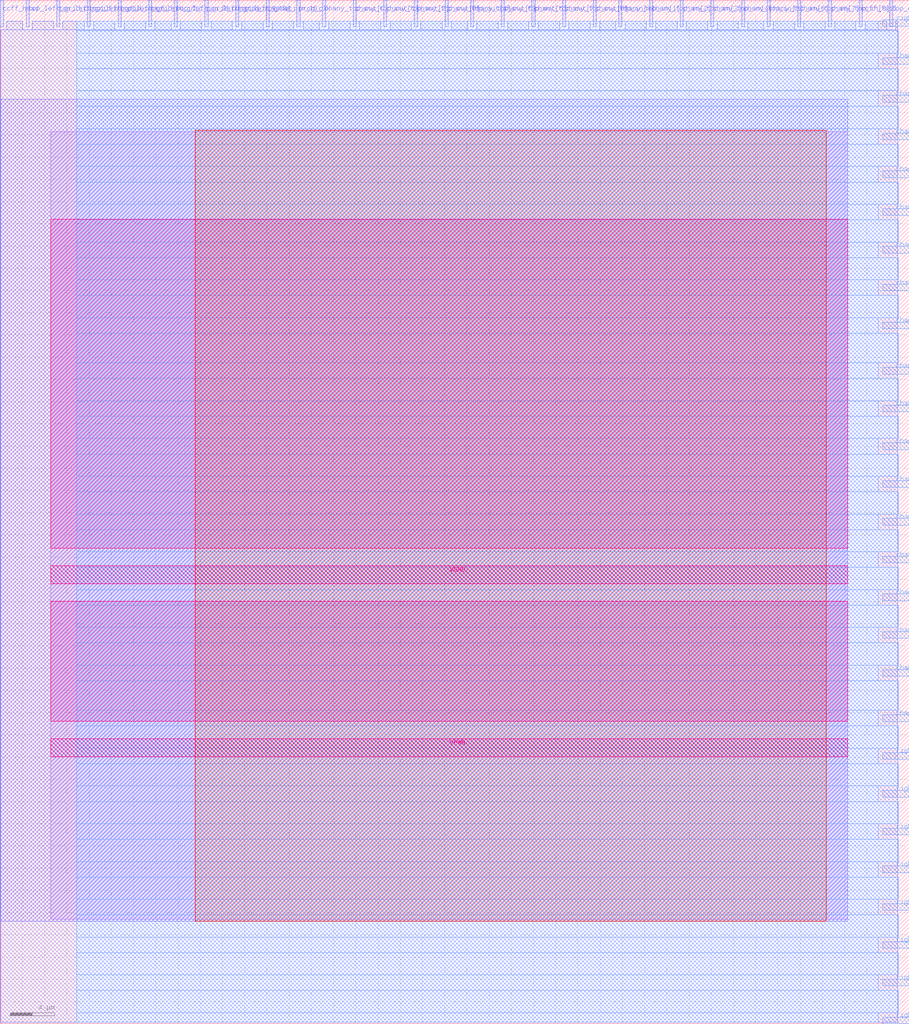
<source format=lef>
VERSION 5.7 ;
  NOWIREEXTENSIONATPIN ON ;
  DIVIDERCHAR "/" ;
  BUSBITCHARS "[]" ;
MACRO sb_0__0_
  CLASS BLOCK ;
  FOREIGN sb_0__0_ ;
  ORIGIN 0.000 0.000 ;
  SIZE 81.815 BY 92.125 ;
  PIN ccff_head
    DIRECTION INPUT ;
    PORT
      LAYER met2 ;
        RECT 0.020 89.725 0.300 92.125 ;
    END
  END ccff_head
  PIN ccff_tail
    DIRECTION OUTPUT TRISTATE ;
    PORT
      LAYER met2 ;
        RECT 77.300 89.725 77.580 92.125 ;
    END
  END ccff_tail
  PIN chanx_right_in[0]
    DIRECTION INPUT ;
    PORT
      LAYER met3 ;
        RECT 79.415 58.480 81.815 59.080 ;
    END
  END chanx_right_in[0]
  PIN chanx_right_in[1]
    DIRECTION INPUT ;
    PORT
      LAYER met3 ;
        RECT 79.415 62.560 81.815 63.160 ;
    END
  END chanx_right_in[1]
  PIN chanx_right_in[2]
    DIRECTION INPUT ;
    PORT
      LAYER met3 ;
        RECT 79.415 65.960 81.815 66.560 ;
    END
  END chanx_right_in[2]
  PIN chanx_right_in[3]
    DIRECTION INPUT ;
    PORT
      LAYER met3 ;
        RECT 79.415 69.360 81.815 69.960 ;
    END
  END chanx_right_in[3]
  PIN chanx_right_in[4]
    DIRECTION INPUT ;
    PORT
      LAYER met3 ;
        RECT 79.415 72.760 81.815 73.360 ;
    END
  END chanx_right_in[4]
  PIN chanx_right_in[5]
    DIRECTION INPUT ;
    PORT
      LAYER met3 ;
        RECT 79.415 76.160 81.815 76.760 ;
    END
  END chanx_right_in[5]
  PIN chanx_right_in[6]
    DIRECTION INPUT ;
    PORT
      LAYER met3 ;
        RECT 79.415 79.560 81.815 80.160 ;
    END
  END chanx_right_in[6]
  PIN chanx_right_in[7]
    DIRECTION INPUT ;
    PORT
      LAYER met3 ;
        RECT 79.415 82.960 81.815 83.560 ;
    END
  END chanx_right_in[7]
  PIN chanx_right_in[8]
    DIRECTION INPUT ;
    PORT
      LAYER met3 ;
        RECT 79.415 86.360 81.815 86.960 ;
    END
  END chanx_right_in[8]
  PIN chanx_right_out[0]
    DIRECTION OUTPUT TRISTATE ;
    PORT
      LAYER met3 ;
        RECT 79.415 27.200 81.815 27.800 ;
    END
  END chanx_right_out[0]
  PIN chanx_right_out[1]
    DIRECTION OUTPUT TRISTATE ;
    PORT
      LAYER met3 ;
        RECT 79.415 31.280 81.815 31.880 ;
    END
  END chanx_right_out[1]
  PIN chanx_right_out[2]
    DIRECTION OUTPUT TRISTATE ;
    PORT
      LAYER met3 ;
        RECT 79.415 34.680 81.815 35.280 ;
    END
  END chanx_right_out[2]
  PIN chanx_right_out[3]
    DIRECTION OUTPUT TRISTATE ;
    PORT
      LAYER met3 ;
        RECT 79.415 38.080 81.815 38.680 ;
    END
  END chanx_right_out[3]
  PIN chanx_right_out[4]
    DIRECTION OUTPUT TRISTATE ;
    PORT
      LAYER met3 ;
        RECT 79.415 41.480 81.815 42.080 ;
    END
  END chanx_right_out[4]
  PIN chanx_right_out[5]
    DIRECTION OUTPUT TRISTATE ;
    PORT
      LAYER met3 ;
        RECT 79.415 44.880 81.815 45.480 ;
    END
  END chanx_right_out[5]
  PIN chanx_right_out[6]
    DIRECTION OUTPUT TRISTATE ;
    PORT
      LAYER met3 ;
        RECT 79.415 48.280 81.815 48.880 ;
    END
  END chanx_right_out[6]
  PIN chanx_right_out[7]
    DIRECTION OUTPUT TRISTATE ;
    PORT
      LAYER met3 ;
        RECT 79.415 51.680 81.815 52.280 ;
    END
  END chanx_right_out[7]
  PIN chanx_right_out[8]
    DIRECTION OUTPUT TRISTATE ;
    PORT
      LAYER met3 ;
        RECT 79.415 55.080 81.815 55.680 ;
    END
  END chanx_right_out[8]
  PIN chany_top_in[0]
    DIRECTION INPUT ;
    PORT
      LAYER met2 ;
        RECT 53.380 89.725 53.660 92.125 ;
    END
  END chany_top_in[0]
  PIN chany_top_in[1]
    DIRECTION INPUT ;
    PORT
      LAYER met2 ;
        RECT 55.680 89.725 55.960 92.125 ;
    END
  END chany_top_in[1]
  PIN chany_top_in[2]
    DIRECTION INPUT ;
    PORT
      LAYER met2 ;
        RECT 58.440 89.725 58.720 92.125 ;
    END
  END chany_top_in[2]
  PIN chany_top_in[3]
    DIRECTION INPUT ;
    PORT
      LAYER met2 ;
        RECT 61.200 89.725 61.480 92.125 ;
    END
  END chany_top_in[3]
  PIN chany_top_in[4]
    DIRECTION INPUT ;
    PORT
      LAYER met2 ;
        RECT 63.960 89.725 64.240 92.125 ;
    END
  END chany_top_in[4]
  PIN chany_top_in[5]
    DIRECTION INPUT ;
    PORT
      LAYER met2 ;
        RECT 66.720 89.725 67.000 92.125 ;
    END
  END chany_top_in[5]
  PIN chany_top_in[6]
    DIRECTION INPUT ;
    PORT
      LAYER met2 ;
        RECT 69.020 89.725 69.300 92.125 ;
    END
  END chany_top_in[6]
  PIN chany_top_in[7]
    DIRECTION INPUT ;
    PORT
      LAYER met2 ;
        RECT 71.780 89.725 72.060 92.125 ;
    END
  END chany_top_in[7]
  PIN chany_top_in[8]
    DIRECTION INPUT ;
    PORT
      LAYER met2 ;
        RECT 74.540 89.725 74.820 92.125 ;
    END
  END chany_top_in[8]
  PIN chany_top_out[0]
    DIRECTION OUTPUT TRISTATE ;
    PORT
      LAYER met2 ;
        RECT 29.000 89.725 29.280 92.125 ;
    END
  END chany_top_out[0]
  PIN chany_top_out[1]
    DIRECTION OUTPUT TRISTATE ;
    PORT
      LAYER met2 ;
        RECT 31.760 89.725 32.040 92.125 ;
    END
  END chany_top_out[1]
  PIN chany_top_out[2]
    DIRECTION OUTPUT TRISTATE ;
    PORT
      LAYER met2 ;
        RECT 34.520 89.725 34.800 92.125 ;
    END
  END chany_top_out[2]
  PIN chany_top_out[3]
    DIRECTION OUTPUT TRISTATE ;
    PORT
      LAYER met2 ;
        RECT 37.280 89.725 37.560 92.125 ;
    END
  END chany_top_out[3]
  PIN chany_top_out[4]
    DIRECTION OUTPUT TRISTATE ;
    PORT
      LAYER met2 ;
        RECT 40.040 89.725 40.320 92.125 ;
    END
  END chany_top_out[4]
  PIN chany_top_out[5]
    DIRECTION OUTPUT TRISTATE ;
    PORT
      LAYER met2 ;
        RECT 42.340 89.725 42.620 92.125 ;
    END
  END chany_top_out[5]
  PIN chany_top_out[6]
    DIRECTION OUTPUT TRISTATE ;
    PORT
      LAYER met2 ;
        RECT 45.100 89.725 45.380 92.125 ;
    END
  END chany_top_out[6]
  PIN chany_top_out[7]
    DIRECTION OUTPUT TRISTATE ;
    PORT
      LAYER met2 ;
        RECT 47.860 89.725 48.140 92.125 ;
    END
  END chany_top_out[7]
  PIN chany_top_out[8]
    DIRECTION OUTPUT TRISTATE ;
    PORT
      LAYER met2 ;
        RECT 50.620 89.725 50.900 92.125 ;
    END
  END chany_top_out[8]
  PIN pReset
    DIRECTION INPUT ;
    PORT
      LAYER met2 ;
        RECT 23.940 89.725 24.220 92.125 ;
    END
  END pReset
  PIN prog_clk
    DIRECTION INPUT ;
    PORT
      LAYER met2 ;
        RECT 26.700 89.725 26.980 92.125 ;
    END
  END prog_clk
  PIN right_bottom_grid_pin_11_
    DIRECTION INPUT ;
    PORT
      LAYER met3 ;
        RECT 79.415 17.000 81.815 17.600 ;
    END
  END right_bottom_grid_pin_11_
  PIN right_bottom_grid_pin_13_
    DIRECTION INPUT ;
    PORT
      LAYER met3 ;
        RECT 79.415 20.400 81.815 21.000 ;
    END
  END right_bottom_grid_pin_13_
  PIN right_bottom_grid_pin_15_
    DIRECTION INPUT ;
    PORT
      LAYER met3 ;
        RECT 79.415 23.800 81.815 24.400 ;
    END
  END right_bottom_grid_pin_15_
  PIN right_bottom_grid_pin_1_
    DIRECTION INPUT ;
    PORT
      LAYER met3 ;
        RECT 79.415 0.000 81.815 0.600 ;
    END
  END right_bottom_grid_pin_1_
  PIN right_bottom_grid_pin_3_
    DIRECTION INPUT ;
    PORT
      LAYER met3 ;
        RECT 79.415 3.400 81.815 4.000 ;
    END
  END right_bottom_grid_pin_3_
  PIN right_bottom_grid_pin_5_
    DIRECTION INPUT ;
    PORT
      LAYER met3 ;
        RECT 79.415 6.800 81.815 7.400 ;
    END
  END right_bottom_grid_pin_5_
  PIN right_bottom_grid_pin_7_
    DIRECTION INPUT ;
    PORT
      LAYER met3 ;
        RECT 79.415 10.200 81.815 10.800 ;
    END
  END right_bottom_grid_pin_7_
  PIN right_bottom_grid_pin_9_
    DIRECTION INPUT ;
    PORT
      LAYER met3 ;
        RECT 79.415 13.600 81.815 14.200 ;
    END
  END right_bottom_grid_pin_9_
  PIN right_top_grid_pin_10_
    DIRECTION INPUT ;
    PORT
      LAYER met3 ;
        RECT 79.415 89.760 81.815 90.360 ;
    END
  END right_top_grid_pin_10_
  PIN top_left_grid_pin_11_
    DIRECTION INPUT ;
    PORT
      LAYER met2 ;
        RECT 15.660 89.725 15.940 92.125 ;
    END
  END top_left_grid_pin_11_
  PIN top_left_grid_pin_13_
    DIRECTION INPUT ;
    PORT
      LAYER met2 ;
        RECT 18.420 89.725 18.700 92.125 ;
    END
  END top_left_grid_pin_13_
  PIN top_left_grid_pin_15_
    DIRECTION INPUT ;
    PORT
      LAYER met2 ;
        RECT 21.180 89.725 21.460 92.125 ;
    END
  END top_left_grid_pin_15_
  PIN top_left_grid_pin_1_
    DIRECTION INPUT ;
    PORT
      LAYER met2 ;
        RECT 2.320 89.725 2.600 92.125 ;
    END
  END top_left_grid_pin_1_
  PIN top_left_grid_pin_3_
    DIRECTION INPUT ;
    PORT
      LAYER met2 ;
        RECT 5.080 89.725 5.360 92.125 ;
    END
  END top_left_grid_pin_3_
  PIN top_left_grid_pin_5_
    DIRECTION INPUT ;
    PORT
      LAYER met2 ;
        RECT 7.840 89.725 8.120 92.125 ;
    END
  END top_left_grid_pin_5_
  PIN top_left_grid_pin_7_
    DIRECTION INPUT ;
    PORT
      LAYER met2 ;
        RECT 10.600 89.725 10.880 92.125 ;
    END
  END top_left_grid_pin_7_
  PIN top_left_grid_pin_9_
    DIRECTION INPUT ;
    PORT
      LAYER met2 ;
        RECT 13.360 89.725 13.640 92.125 ;
    END
  END top_left_grid_pin_9_
  PIN top_right_grid_pin_11_
    DIRECTION INPUT ;
    PORT
      LAYER met2 ;
        RECT 80.060 89.725 80.340 92.125 ;
    END
  END top_right_grid_pin_11_
  PIN VPWR
    DIRECTION INPUT ;
    USE POWER ;
    PORT
      LAYER met5 ;
        RECT 4.530 24.030 76.290 25.630 ;
    END
  END VPWR
  PIN VGND
    DIRECTION INPUT ;
    USE GROUND ;
    PORT
      LAYER met5 ;
        RECT 4.530 39.615 76.290 41.215 ;
    END
  END VGND
  OBS
      LAYER li1 ;
        RECT 4.530 9.395 76.290 80.285 ;
      LAYER met1 ;
        RECT 0.000 9.240 76.290 83.220 ;
      LAYER met2 ;
        RECT 0.580 89.445 2.040 90.245 ;
        RECT 2.880 89.445 4.800 90.245 ;
        RECT 5.640 89.445 7.560 90.245 ;
        RECT 8.400 89.445 10.320 90.245 ;
        RECT 11.160 89.445 13.080 90.245 ;
        RECT 13.920 89.445 15.380 90.245 ;
        RECT 16.220 89.445 18.140 90.245 ;
        RECT 18.980 89.445 20.900 90.245 ;
        RECT 21.740 89.445 23.660 90.245 ;
        RECT 24.500 89.445 26.420 90.245 ;
        RECT 27.260 89.445 28.720 90.245 ;
        RECT 29.560 89.445 31.480 90.245 ;
        RECT 32.320 89.445 34.240 90.245 ;
        RECT 35.080 89.445 37.000 90.245 ;
        RECT 37.840 89.445 39.760 90.245 ;
        RECT 40.600 89.445 42.060 90.245 ;
        RECT 42.900 89.445 44.820 90.245 ;
        RECT 45.660 89.445 47.580 90.245 ;
        RECT 48.420 89.445 50.340 90.245 ;
        RECT 51.180 89.445 53.100 90.245 ;
        RECT 53.940 89.445 55.400 90.245 ;
        RECT 56.240 89.445 58.160 90.245 ;
        RECT 59.000 89.445 60.920 90.245 ;
        RECT 61.760 89.445 63.680 90.245 ;
        RECT 64.520 89.445 66.440 90.245 ;
        RECT 67.280 89.445 68.740 90.245 ;
        RECT 69.580 89.445 71.500 90.245 ;
        RECT 72.340 89.445 74.260 90.245 ;
        RECT 75.100 89.445 77.020 90.245 ;
        RECT 77.860 89.445 79.780 90.245 ;
        RECT 80.620 89.445 80.800 90.245 ;
        RECT 0.030 0.115 80.800 89.445 ;
      LAYER met3 ;
        RECT 6.895 89.360 79.015 90.225 ;
        RECT 6.895 87.360 80.825 89.360 ;
        RECT 6.895 85.960 79.015 87.360 ;
        RECT 6.895 83.960 80.825 85.960 ;
        RECT 6.895 82.560 79.015 83.960 ;
        RECT 6.895 80.560 80.825 82.560 ;
        RECT 6.895 79.160 79.015 80.560 ;
        RECT 6.895 77.160 80.825 79.160 ;
        RECT 6.895 75.760 79.015 77.160 ;
        RECT 6.895 73.760 80.825 75.760 ;
        RECT 6.895 72.360 79.015 73.760 ;
        RECT 6.895 70.360 80.825 72.360 ;
        RECT 6.895 68.960 79.015 70.360 ;
        RECT 6.895 66.960 80.825 68.960 ;
        RECT 6.895 65.560 79.015 66.960 ;
        RECT 6.895 63.560 80.825 65.560 ;
        RECT 6.895 62.160 79.015 63.560 ;
        RECT 6.895 59.480 80.825 62.160 ;
        RECT 6.895 58.080 79.015 59.480 ;
        RECT 6.895 56.080 80.825 58.080 ;
        RECT 6.895 54.680 79.015 56.080 ;
        RECT 6.895 52.680 80.825 54.680 ;
        RECT 6.895 51.280 79.015 52.680 ;
        RECT 6.895 49.280 80.825 51.280 ;
        RECT 6.895 47.880 79.015 49.280 ;
        RECT 6.895 45.880 80.825 47.880 ;
        RECT 6.895 44.480 79.015 45.880 ;
        RECT 6.895 42.480 80.825 44.480 ;
        RECT 6.895 41.080 79.015 42.480 ;
        RECT 6.895 39.080 80.825 41.080 ;
        RECT 6.895 37.680 79.015 39.080 ;
        RECT 6.895 35.680 80.825 37.680 ;
        RECT 6.895 34.280 79.015 35.680 ;
        RECT 6.895 32.280 80.825 34.280 ;
        RECT 6.895 30.880 79.015 32.280 ;
        RECT 6.895 28.200 80.825 30.880 ;
        RECT 6.895 26.800 79.015 28.200 ;
        RECT 6.895 24.800 80.825 26.800 ;
        RECT 6.895 23.400 79.015 24.800 ;
        RECT 6.895 21.400 80.825 23.400 ;
        RECT 6.895 20.000 79.015 21.400 ;
        RECT 6.895 18.000 80.825 20.000 ;
        RECT 6.895 16.600 79.015 18.000 ;
        RECT 6.895 14.600 80.825 16.600 ;
        RECT 6.895 13.200 79.015 14.600 ;
        RECT 6.895 11.200 80.825 13.200 ;
        RECT 6.895 9.800 79.015 11.200 ;
        RECT 6.895 7.800 80.825 9.800 ;
        RECT 6.895 6.400 79.015 7.800 ;
        RECT 6.895 4.400 80.825 6.400 ;
        RECT 6.895 3.000 79.015 4.400 ;
        RECT 6.895 1.000 80.825 3.000 ;
        RECT 6.895 0.135 79.015 1.000 ;
      LAYER met4 ;
        RECT 17.530 9.240 74.335 80.440 ;
      LAYER met5 ;
        RECT 4.530 42.815 76.290 72.390 ;
        RECT 4.530 27.230 76.290 38.015 ;
  END
END sb_0__0_
END LIBRARY


</source>
